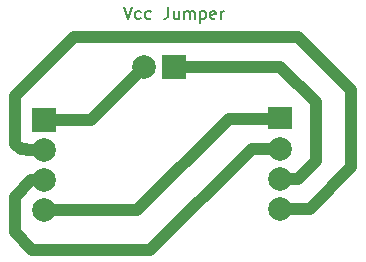
<source format=gbr>
%TF.GenerationSoftware,KiCad,Pcbnew,9.0.2+1*%
%TF.CreationDate,2025-07-02T18:27:54+02:00*%
%TF.ProjectId,xiaoC3_board_adapter,7869616f-4333-45f6-926f-6172645f6164,0*%
%TF.SameCoordinates,PX3ef1480PY3567e00*%
%TF.FileFunction,Copper,L1,Top*%
%TF.FilePolarity,Positive*%
%FSLAX46Y46*%
G04 Gerber Fmt 4.6, Leading zero omitted, Abs format (unit mm)*
G04 Created by KiCad (PCBNEW 9.0.2+1) date 2025-07-02 18:27:54*
%MOMM*%
%LPD*%
G01*
G04 APERTURE LIST*
G04 Aperture macros list*
%AMOutline4P*
0 Free polygon, 4 corners , with rotation*
0 The origin of the aperture is its center*
0 number of corners: always 4*
0 $1 to $8 corner X, Y*
0 $9 Rotation angle, in degrees counterclockwise*
0 create outline with 4 corners*
4,1,4,$1,$2,$3,$4,$5,$6,$7,$8,$1,$2,$9*%
G04 Aperture macros list end*
%ADD10C,0.150000*%
%TA.AperFunction,NonConductor*%
%ADD11C,0.150000*%
%TD*%
%TA.AperFunction,ComponentPad*%
%ADD12R,2.000000X1.850000*%
%TD*%
%TA.AperFunction,ComponentPad*%
%ADD13C,2.001600*%
%TD*%
%TA.AperFunction,ComponentPad*%
%ADD14C,2.006390*%
%TD*%
%TA.AperFunction,ComponentPad*%
%ADD15C,2.014348*%
%TD*%
%TA.AperFunction,ComponentPad*%
%ADD16Outline4P,-1.000000X1.000000X1.000000X1.000000X1.000000X-1.000000X-1.000000X-1.000000X0.000000*%
%TD*%
%TA.AperFunction,ComponentPad*%
%ADD17C,2.000000*%
%TD*%
%TA.AperFunction,ComponentPad*%
%ADD18R,2.000000X2.000000*%
%TD*%
%TA.AperFunction,Conductor*%
%ADD19C,1.000000*%
%TD*%
%TA.AperFunction,Conductor*%
%ADD20C,0.200000*%
%TD*%
G04 APERTURE END LIST*
D10*
D11*
X10738095Y23545181D02*
X11071428Y22545181D01*
X11071428Y22545181D02*
X11404761Y23545181D01*
X12166666Y22592800D02*
X12071428Y22545181D01*
X12071428Y22545181D02*
X11880952Y22545181D01*
X11880952Y22545181D02*
X11785714Y22592800D01*
X11785714Y22592800D02*
X11738095Y22640420D01*
X11738095Y22640420D02*
X11690476Y22735658D01*
X11690476Y22735658D02*
X11690476Y23021372D01*
X11690476Y23021372D02*
X11738095Y23116610D01*
X11738095Y23116610D02*
X11785714Y23164229D01*
X11785714Y23164229D02*
X11880952Y23211848D01*
X11880952Y23211848D02*
X12071428Y23211848D01*
X12071428Y23211848D02*
X12166666Y23164229D01*
X13023809Y22592800D02*
X12928571Y22545181D01*
X12928571Y22545181D02*
X12738095Y22545181D01*
X12738095Y22545181D02*
X12642857Y22592800D01*
X12642857Y22592800D02*
X12595238Y22640420D01*
X12595238Y22640420D02*
X12547619Y22735658D01*
X12547619Y22735658D02*
X12547619Y23021372D01*
X12547619Y23021372D02*
X12595238Y23116610D01*
X12595238Y23116610D02*
X12642857Y23164229D01*
X12642857Y23164229D02*
X12738095Y23211848D01*
X12738095Y23211848D02*
X12928571Y23211848D01*
X12928571Y23211848D02*
X13023809Y23164229D01*
X14500000Y23545181D02*
X14500000Y22830896D01*
X14500000Y22830896D02*
X14452381Y22688039D01*
X14452381Y22688039D02*
X14357143Y22592800D01*
X14357143Y22592800D02*
X14214286Y22545181D01*
X14214286Y22545181D02*
X14119048Y22545181D01*
X15404762Y23211848D02*
X15404762Y22545181D01*
X14976191Y23211848D02*
X14976191Y22688039D01*
X14976191Y22688039D02*
X15023810Y22592800D01*
X15023810Y22592800D02*
X15119048Y22545181D01*
X15119048Y22545181D02*
X15261905Y22545181D01*
X15261905Y22545181D02*
X15357143Y22592800D01*
X15357143Y22592800D02*
X15404762Y22640420D01*
X15880953Y22545181D02*
X15880953Y23211848D01*
X15880953Y23116610D02*
X15928572Y23164229D01*
X15928572Y23164229D02*
X16023810Y23211848D01*
X16023810Y23211848D02*
X16166667Y23211848D01*
X16166667Y23211848D02*
X16261905Y23164229D01*
X16261905Y23164229D02*
X16309524Y23068991D01*
X16309524Y23068991D02*
X16309524Y22545181D01*
X16309524Y23068991D02*
X16357143Y23164229D01*
X16357143Y23164229D02*
X16452381Y23211848D01*
X16452381Y23211848D02*
X16595238Y23211848D01*
X16595238Y23211848D02*
X16690477Y23164229D01*
X16690477Y23164229D02*
X16738096Y23068991D01*
X16738096Y23068991D02*
X16738096Y22545181D01*
X17214286Y23211848D02*
X17214286Y22211848D01*
X17214286Y23164229D02*
X17309524Y23211848D01*
X17309524Y23211848D02*
X17500000Y23211848D01*
X17500000Y23211848D02*
X17595238Y23164229D01*
X17595238Y23164229D02*
X17642857Y23116610D01*
X17642857Y23116610D02*
X17690476Y23021372D01*
X17690476Y23021372D02*
X17690476Y22735658D01*
X17690476Y22735658D02*
X17642857Y22640420D01*
X17642857Y22640420D02*
X17595238Y22592800D01*
X17595238Y22592800D02*
X17500000Y22545181D01*
X17500000Y22545181D02*
X17309524Y22545181D01*
X17309524Y22545181D02*
X17214286Y22592800D01*
X18500000Y22592800D02*
X18404762Y22545181D01*
X18404762Y22545181D02*
X18214286Y22545181D01*
X18214286Y22545181D02*
X18119048Y22592800D01*
X18119048Y22592800D02*
X18071429Y22688039D01*
X18071429Y22688039D02*
X18071429Y23068991D01*
X18071429Y23068991D02*
X18119048Y23164229D01*
X18119048Y23164229D02*
X18214286Y23211848D01*
X18214286Y23211848D02*
X18404762Y23211848D01*
X18404762Y23211848D02*
X18500000Y23164229D01*
X18500000Y23164229D02*
X18547619Y23068991D01*
X18547619Y23068991D02*
X18547619Y22973753D01*
X18547619Y22973753D02*
X18071429Y22878515D01*
X18976191Y22545181D02*
X18976191Y23211848D01*
X18976191Y23021372D02*
X19023810Y23116610D01*
X19023810Y23116610D02*
X19071429Y23164229D01*
X19071429Y23164229D02*
X19166667Y23211848D01*
X19166667Y23211848D02*
X19261905Y23211848D01*
D12*
%TO.P,J2,1,D9*%
%TO.N,Net-(J1-Rx)*%
X24000000Y14195000D03*
D13*
%TO.P,J2,2,D10*%
%TO.N,Net-(J1-Tx)*%
X24000000Y11580000D03*
D14*
%TO.P,J2,3,3v3*%
%TO.N,Net-(J2-3v3)*%
X24000000Y9040000D03*
D15*
%TO.P,J2,4,GND*%
%TO.N,Net-(J1-Gnd)*%
X24000000Y6500000D03*
%TD*%
D16*
%TO.P,J1,1,Vcc*%
%TO.N,Net-(J1-Vcc)*%
X4000000Y14000000D03*
D17*
%TO.P,J1,2,Gnd*%
%TO.N,Net-(J1-Gnd)*%
X4000000Y11460000D03*
%TO.P,J1,3,Tx*%
%TO.N,Net-(J1-Tx)*%
X4000000Y8920000D03*
%TO.P,J1,4,Rx*%
%TO.N,Net-(J1-Rx)*%
X4000000Y6380000D03*
%TD*%
D18*
%TO.P,J3,1,Pin_1*%
%TO.N,Net-(J2-3v3)*%
X15000000Y18500000D03*
D13*
%TO.P,J3,2,Pin_2*%
%TO.N,Net-(J1-Vcc)*%
X12460000Y18500000D03*
%TD*%
D19*
%TO.N,Net-(J1-Tx)*%
X21580000Y11580000D02*
X13000000Y3000000D01*
X1500000Y4500000D02*
X1500000Y7500000D01*
X1500000Y7500000D02*
X2920000Y8920000D01*
X13000000Y3000000D02*
X3000000Y3000000D01*
X3000000Y3000000D02*
X1500000Y4500000D01*
X2920000Y8920000D02*
X4000000Y8920000D01*
X24000000Y11580000D02*
X21580000Y11580000D01*
%TO.N,Net-(J1-Gnd)*%
X2000000Y11500000D02*
X2500000Y11500000D01*
X2500000Y11500000D02*
X2540000Y11460000D01*
X26500000Y6500000D02*
X30000000Y10000000D01*
X1500000Y12000000D02*
X2000000Y11500000D01*
X30000000Y10000000D02*
X30000000Y16500000D01*
X1500000Y16000000D02*
X1500000Y12000000D01*
X25500000Y21000000D02*
X6500000Y21000000D01*
X30000000Y16500000D02*
X25500000Y21000000D01*
X2540000Y11460000D02*
X4000000Y11460000D01*
X6500000Y21000000D02*
X1500000Y16000000D01*
X24000000Y6500000D02*
X26500000Y6500000D01*
%TO.N,Net-(J1-Vcc)*%
X4000000Y14000000D02*
X7960000Y14000000D01*
X7960000Y14000000D02*
X12460000Y18500000D01*
%TO.N,Net-(J1-Rx)*%
X24000000Y14120000D02*
X19620000Y14120000D01*
X19620000Y14120000D02*
X11880000Y6380000D01*
X11880000Y6380000D02*
X4000000Y6380000D01*
%TO.N,Net-(J2-3v3)*%
X27000000Y15500000D02*
X27000000Y10500000D01*
X25500000Y9000000D02*
X24040000Y9000000D01*
D20*
X24040000Y9000000D02*
X24000000Y9040000D01*
D19*
X15000000Y18500000D02*
X24000000Y18500000D01*
X24000000Y18500000D02*
X27000000Y15500000D01*
X27000000Y10500000D02*
X25500000Y9000000D01*
%TD*%
M02*

</source>
